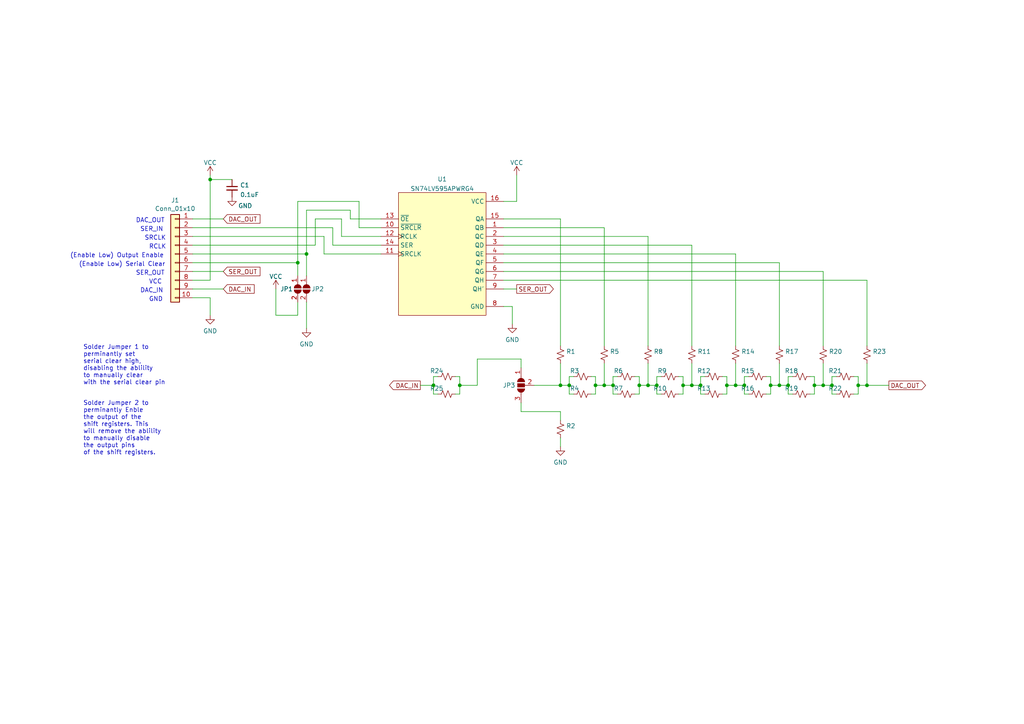
<source format=kicad_sch>
(kicad_sch (version 20230121) (generator eeschema)
  (paper "A4")
  (lib_symbols
    (symbol "Connector_Generic:Conn_01x10" (pin_names (offset 1.016) hide)
      (property "Reference" "J1" (at 0 15.5743 0))
      (property "Value" "Conn_01x10" (at 0 13.1501 0))
      (symbol "Conn_01x10_1_1"
        (rectangle (start -1.27 -12.573) (end 0 -12.827) (stroke (width 0.1524)))
        (rectangle (start -1.27 -10.033) (end 0 -10.287) (stroke (width 0.1524)))
        (rectangle (start -1.27 -7.493) (end 0 -7.747) (stroke (width 0.1524)))
        (rectangle (start -1.27 -4.953) (end 0 -5.207) (stroke (width 0.1524)))
        (rectangle (start -1.27 -2.413) (end 0 -2.667) (stroke (width 0.1524)))
        (rectangle (start -1.27 0.127) (end 0 -0.127) (stroke (width 0.1524)))
        (rectangle (start -1.27 2.667) (end 0 2.413) (stroke (width 0.1524)))
        (rectangle (start -1.27 5.207) (end 0 4.953) (stroke (width 0.1524)))
        (rectangle (start -1.27 7.747) (end 0 7.493) (stroke (width 0.1524)))
        (rectangle (start -1.27 10.287) (end 0 10.033) (stroke (width 0.1524)))
        (rectangle (start -1.27 11.43) (end 1.27 -13.97) (stroke (width 0.254)) (fill (type background)))
        (pin passive line (at -5.08 10.16 0) (length 3.81) (name "Pin_1") (number "1"))
        (pin power_out line (at -5.08 -12.7 0) (length 3.81) (name "Pin_10") (number "10"))
        (pin passive line (at -5.08 7.62 0) (length 3.81) (name "Pin_2") (number "2"))
        (pin passive line (at -5.08 5.08 0) (length 3.81) (name "Pin_3") (number "3"))
        (pin passive line (at -5.08 2.54 0) (length 3.81) (name "Pin_4") (number "4"))
        (pin passive line (at -5.08 0 0) (length 3.81) (name "Pin_5") (number "5"))
        (pin passive line (at -5.08 -2.54 0) (length 3.81) (name "Pin_6") (number "6"))
        (pin passive line (at -5.08 -5.08 0) (length 3.81) (name "Pin_7") (number "7"))
        (pin power_out line (at -5.08 -7.62 0) (length 3.81) (name "Pin_8") (number "8"))
        (pin passive line (at -5.08 -10.16 0) (length 3.81) (name "Pin_9") (number "9"))
      )
    )
    (symbol "Device:C_Small" (pin_numbers hide) (pin_names (offset 0.254) hide)
      (property "Reference" "C" (at 0.254 1.778 0))
      (property "Value" "C_Small" (at 0.254 -2.032 0))
      (symbol "C_Small_0_1"
        (polyline (pts (xy -1.524 -0.508) (xy 1.524 -0.508)) (stroke (width 0.3302)))
        (polyline (pts (xy -1.524 0.508) (xy 1.524 0.508)) (stroke (width 0.3048)))
      )
      (symbol "C_Small_1_1"
        (pin passive line (at 0 2.54 270) (length 2.032) (name "~") (number "1"))
        (pin passive line (at 0 -2.54 90) (length 2.032) (name "~") (number "2"))
      )
    )
    (symbol "Device:R_Small_US" (pin_numbers hide) (pin_names (offset 0.254) hide)
      (property "Reference" "R" (at 0.762 0.508 0))
      (property "Value" "R_Small_US" (at 0.762 -1.016 0))
      (symbol "R_Small_US_1_1"
        (polyline (pts (xy 0 0) (xy 1.016 -0.381) (xy 0 -0.762) (xy -1.016 -1.143) (xy 0 -1.524)))
        (polyline (pts (xy 0 1.524) (xy 1.016 1.143) (xy 0 0.762) (xy -1.016 0.381) (xy 0 0)))
        (pin passive line (at 0 2.54 270) (length 1.016) (name "~") (number "1"))
        (pin passive line (at 0 -2.54 90) (length 1.016) (name "~") (number "2"))
      )
    )
    (symbol "Jumper:SolderJumper_2_Open" (pin_names (offset 0) hide)
      (property "Reference" "JP" (at 0 2.032 0))
      (property "Value" "SolderJumper_2_Open" (at 0 -2.54 0))
      (symbol "SolderJumper_2_Open_0_1"
        (arc (start -0.254 1.016) (mid -1.2656 0) (end -0.254 -1.016))
        (arc (start -0.254 1.016) (mid -1.2656 0) (end -0.254 -1.016) (fill (type outline)))
        (polyline (pts (xy -0.254 1.016) (xy -0.254 -1.016)))
        (polyline (pts (xy 0.254 1.016) (xy 0.254 -1.016)))
        (arc (start 0.254 -1.016) (mid 1.2656 0) (end 0.254 1.016))
        (arc (start 0.254 -1.016) (mid 1.2656 0) (end 0.254 1.016) (fill (type outline)))
      )
      (symbol "SolderJumper_2_Open_1_1"
        (pin passive line (at -3.81 0 0) (length 2.54) (name "A") (number "1"))
        (pin passive line (at 3.81 0 180) (length 2.54) (name "B") (number "2"))
      )
    )
    (symbol "Jumper:SolderJumper_3_Open" (pin_names (offset 0) hide)
      (property "Reference" "JP" (at -2.54 -2.54 0))
      (property "Value" "SolderJumper_3_Open" (at 0 2.794 0))
      (symbol "SolderJumper_3_Open_0_1"
        (arc (start -1.016 1.016) (mid -2.0276 0) (end -1.016 -1.016))
        (arc (start -1.016 1.016) (mid -2.0276 0) (end -1.016 -1.016) (fill (type outline)))
        (rectangle (start -0.508 1.016) (end 0.508 -1.016) (fill (type outline)))
        (polyline (pts (xy -2.54 0) (xy -2.032 0)))
        (polyline (pts (xy -1.016 1.016) (xy -1.016 -1.016)))
        (polyline (pts (xy 0 -1.27) (xy 0 -1.016)))
        (polyline (pts (xy 1.016 1.016) (xy 1.016 -1.016)))
        (polyline (pts (xy 2.54 0) (xy 2.032 0)))
        (arc (start 1.016 -1.016) (mid 2.0276 0) (end 1.016 1.016))
        (arc (start 1.016 -1.016) (mid 2.0276 0) (end 1.016 1.016) (fill (type outline)))
      )
      (symbol "SolderJumper_3_Open_1_1"
        (pin passive line (at -5.08 0 0) (length 2.54) (name "A") (number "1"))
        (pin passive line (at 0 -3.81 90) (length 2.54) (name "C") (number "2"))
        (pin passive line (at 5.08 0 180) (length 2.54) (name "B") (number "3"))
      )
    )
    (symbol "SN74LV595APWRG4:SN74LV595APWRG4"
      (property "Reference" "U" (at 12.7 5.08 0))
      (property "Value" "SN74LV595APWRG4" (at 12.7 2.54 0))
      (symbol "SN74LV595APWRG4_0_1"
        (rectangle (start 0 0) (end 25.4 -35.56) (stroke (width 0.1524)) (fill (type background)))
      )
      (symbol "SN74LV595APWRG4_1_1"
        (pin output line (at 30.48 -10.16 180) (length 5.08) (name "QB") (number "1"))
        (pin input line (at -5.08 -10.16 0) (length 5.08) (name "~{SRCLR}") (number "10"))
        (pin input clock (at -5.08 -17.78 0) (length 5.08) (name "SRCLK") (number "11"))
        (pin input clock (at -5.08 -12.7 0) (length 5.08) (name "RCLK") (number "12"))
        (pin input line (at -5.08 -7.62 0) (length 5.08) (name "~{OE}") (number "13"))
        (pin input line (at -5.08 -15.24 0) (length 5.08) (name "SER") (number "14"))
        (pin output line (at 30.48 -7.62 180) (length 5.08) (name "QA") (number "15"))
        (pin power_in line (at 30.48 -2.54 180) (length 5.08) (name "VCC") (number "16"))
        (pin output line (at 30.48 -12.7 180) (length 5.08) (name "QC") (number "2"))
        (pin output line (at 30.48 -15.24 180) (length 5.08) (name "QD") (number "3"))
        (pin output line (at 30.48 -17.78 180) (length 5.08) (name "QE") (number "4"))
        (pin output line (at 30.48 -20.32 180) (length 5.08) (name "QF") (number "5"))
        (pin output line (at 30.48 -22.86 180) (length 5.08) (name "QG") (number "6"))
        (pin output line (at 30.48 -25.4 180) (length 5.08) (name "QH") (number "7"))
        (pin power_in line (at 30.48 -33.02 180) (length 5.08) (name "GND") (number "8"))
        (pin output line (at 30.48 -27.94 180) (length 5.08) (name "QH'") (number "9"))
      )
    )
    (symbol "power:GND" (power) (pin_names (offset 0))
      (property "Value" "GND" (at 0 -3.81 0))
      (symbol "GND_0_1"
        (polyline (pts (xy 0 0) (xy 0 -1.27) (xy 1.27 -1.27) (xy 0 -2.54) (xy -1.27 -1.27) (xy 0 -1.27)))
      )
      (symbol "GND_1_1"
        (pin power_in line (at 0 0 270) (length 0) hide (name "GND") (number "1"))
      )
    )
    (symbol "power:VCC" (power) (pin_names (offset 0))
      (property "Value" "VCC" (at 0 3.81 0))
      (symbol "VCC_0_1"
        (polyline (pts (xy -0.762 1.27) (xy 0 2.54)))
        (polyline (pts (xy 0 0) (xy 0 2.54)))
        (polyline (pts (xy 0 2.54) (xy 0.762 1.27)))
      )
      (symbol "VCC_1_1"
        (pin power_in line (at 0 0 90) (length 0) hide (name "VCC") (number "1"))
      )
    )
  )
  (junction (at 236.22 111.76))
  (junction (at 190.5 111.76))
  (junction (at 133.35 111.76))
  (junction (at 165.1 111.76))
  (junction (at 88.9 73.66))
  (junction (at 213.36 111.76))
  (junction (at 162.56 111.76))
  (junction (at 215.9 111.76))
  (junction (at 248.92 111.76))
  (junction (at 203.2 111.76))
  (junction (at 241.3 111.76))
  (junction (at 210.82 111.76))
  (junction (at 60.96 52.07))
  (junction (at 238.76 111.76))
  (junction (at 172.72 111.76))
  (junction (at 226.06 111.76))
  (junction (at 251.46 111.76))
  (junction (at 223.52 111.76))
  (junction (at 198.12 111.76))
  (junction (at 125.73 111.76))
  (junction (at 177.8 111.76))
  (junction (at 228.6 111.76))
  (junction (at 86.36 76.2))
  (junction (at 185.42 111.76))
  (junction (at 175.26 111.76))
  (junction (at 187.96 111.76))
  (junction (at 200.66 111.76))
  (wire (pts (xy 110.49 71.12) (xy 96.52 71.12)))
  (wire (pts (xy 175.26 111.76) (xy 177.8 111.76)))
  (wire (pts (xy 223.52 111.76) (xy 223.52 109.22)))
  (wire (pts (xy 146.05 88.9) (xy 148.59 88.9)))
  (wire (pts (xy 146.05 76.2) (xy 226.06 76.2)))
  (wire (pts (xy 238.76 105.41) (xy 238.76 111.76)))
  (wire (pts (xy 223.52 111.76) (xy 226.06 111.76)))
  (wire (pts (xy 125.73 109.22) (xy 127 109.22)))
  (wire (pts (xy 223.52 109.22) (xy 222.25 109.22)))
  (wire (pts (xy 177.8 111.76) (xy 177.8 109.22)))
  (wire (pts (xy 162.56 63.5) (xy 146.05 63.5)))
  (wire (pts (xy 110.49 73.66) (xy 93.98 73.66)))
  (wire (pts (xy 200.66 105.41) (xy 200.66 111.76)))
  (wire (pts (xy 247.65 109.22) (xy 248.92 109.22)))
  (wire (pts (xy 133.35 111.76) (xy 138.43 111.76)))
  (wire (pts (xy 175.26 66.04) (xy 175.26 100.33)))
  (wire (pts (xy 251.46 105.41) (xy 251.46 111.76)))
  (wire (pts (xy 198.12 111.76) (xy 200.66 111.76)))
  (wire (pts (xy 209.55 114.3) (xy 210.82 114.3)))
  (wire (pts (xy 213.36 73.66) (xy 213.36 100.33)))
  (wire (pts (xy 99.06 63.5) (xy 91.44 63.5)))
  (wire (pts (xy 236.22 111.76) (xy 238.76 111.76)))
  (wire (pts (xy 125.73 111.76) (xy 125.73 109.22)))
  (wire (pts (xy 88.9 73.66) (xy 88.9 80.01)))
  (wire (pts (xy 210.82 109.22) (xy 210.82 111.76)))
  (wire (pts (xy 162.56 119.38) (xy 162.56 121.92)))
  (wire (pts (xy 248.92 111.76) (xy 251.46 111.76)))
  (wire (pts (xy 187.96 105.41) (xy 187.96 111.76)))
  (wire (pts (xy 88.9 87.63) (xy 88.9 95.25)))
  (wire (pts (xy 148.59 88.9) (xy 148.59 93.98)))
  (wire (pts (xy 55.88 81.28) (xy 60.96 81.28)))
  (wire (pts (xy 251.46 111.76) (xy 257.81 111.76)))
  (wire (pts (xy 55.88 78.74) (xy 64.77 78.74)))
  (wire (pts (xy 226.06 105.41) (xy 226.06 111.76)))
  (wire (pts (xy 241.3 109.22) (xy 242.57 109.22)))
  (wire (pts (xy 171.45 109.22) (xy 172.72 109.22)))
  (wire (pts (xy 215.9 109.22) (xy 217.17 109.22)))
  (wire (pts (xy 172.72 109.22) (xy 172.72 111.76)))
  (wire (pts (xy 154.94 111.76) (xy 162.56 111.76)))
  (wire (pts (xy 146.05 83.82) (xy 149.86 83.82)))
  (wire (pts (xy 251.46 81.28) (xy 251.46 100.33)))
  (wire (pts (xy 177.8 114.3) (xy 179.07 114.3)))
  (wire (pts (xy 133.35 109.22) (xy 133.35 111.76)))
  (wire (pts (xy 200.66 71.12) (xy 200.66 100.33)))
  (wire (pts (xy 171.45 114.3) (xy 172.72 114.3)))
  (wire (pts (xy 55.88 83.82) (xy 64.77 83.82)))
  (wire (pts (xy 215.9 114.3) (xy 217.17 114.3)))
  (wire (pts (xy 172.72 111.76) (xy 172.72 114.3)))
  (wire (pts (xy 226.06 76.2) (xy 226.06 100.33)))
  (wire (pts (xy 60.96 52.07) (xy 60.96 81.28)))
  (wire (pts (xy 185.42 111.76) (xy 185.42 114.3)))
  (wire (pts (xy 200.66 111.76) (xy 203.2 111.76)))
  (wire (pts (xy 127 114.3) (xy 125.73 114.3)))
  (wire (pts (xy 185.42 109.22) (xy 185.42 111.76)))
  (wire (pts (xy 203.2 109.22) (xy 204.47 109.22)))
  (wire (pts (xy 93.98 73.66) (xy 93.98 68.58)))
  (wire (pts (xy 104.14 58.42) (xy 86.36 58.42)))
  (wire (pts (xy 110.49 66.04) (xy 104.14 66.04)))
  (wire (pts (xy 190.5 109.22) (xy 191.77 109.22)))
  (wire (pts (xy 91.44 71.12) (xy 55.88 71.12)))
  (wire (pts (xy 162.56 100.33) (xy 162.56 63.5)))
  (wire (pts (xy 96.52 66.04) (xy 55.88 66.04)))
  (wire (pts (xy 215.9 111.76) (xy 215.9 114.3)))
  (wire (pts (xy 248.92 111.76) (xy 248.92 109.22)))
  (wire (pts (xy 149.86 58.42) (xy 149.86 50.8)))
  (wire (pts (xy 210.82 111.76) (xy 213.36 111.76)))
  (wire (pts (xy 185.42 111.76) (xy 187.96 111.76)))
  (wire (pts (xy 228.6 111.76) (xy 228.6 114.3)))
  (wire (pts (xy 104.14 66.04) (xy 104.14 58.42)))
  (wire (pts (xy 165.1 111.76) (xy 165.1 109.22)))
  (wire (pts (xy 228.6 114.3) (xy 229.87 114.3)))
  (wire (pts (xy 238.76 111.76) (xy 241.3 111.76)))
  (wire (pts (xy 241.3 111.76) (xy 241.3 109.22)))
  (wire (pts (xy 146.05 58.42) (xy 149.86 58.42)))
  (wire (pts (xy 184.15 114.3) (xy 185.42 114.3)))
  (wire (pts (xy 187.96 68.58) (xy 187.96 100.33)))
  (wire (pts (xy 125.73 114.3) (xy 125.73 111.76)))
  (wire (pts (xy 146.05 66.04) (xy 175.26 66.04)))
  (wire (pts (xy 172.72 111.76) (xy 175.26 111.76)))
  (wire (pts (xy 236.22 114.3) (xy 236.22 111.76)))
  (wire (pts (xy 177.8 111.76) (xy 177.8 114.3)))
  (wire (pts (xy 55.88 63.5) (xy 64.77 63.5)))
  (wire (pts (xy 146.05 81.28) (xy 251.46 81.28)))
  (wire (pts (xy 80.01 91.44) (xy 80.01 83.82)))
  (wire (pts (xy 60.96 52.07) (xy 67.31 52.07)))
  (wire (pts (xy 175.26 105.41) (xy 175.26 111.76)))
  (wire (pts (xy 99.06 68.58) (xy 99.06 63.5)))
  (wire (pts (xy 203.2 114.3) (xy 204.47 114.3)))
  (wire (pts (xy 86.36 91.44) (xy 80.01 91.44)))
  (wire (pts (xy 151.13 119.38) (xy 162.56 119.38)))
  (wire (pts (xy 177.8 109.22) (xy 179.07 109.22)))
  (wire (pts (xy 241.3 111.76) (xy 241.3 114.3)))
  (wire (pts (xy 93.98 68.58) (xy 55.88 68.58)))
  (wire (pts (xy 151.13 116.84) (xy 151.13 119.38)))
  (wire (pts (xy 138.43 111.76) (xy 138.43 104.14)))
  (wire (pts (xy 132.08 114.3) (xy 133.35 114.3)))
  (wire (pts (xy 88.9 60.96) (xy 88.9 73.66)))
  (wire (pts (xy 110.49 63.5) (xy 101.6 63.5)))
  (wire (pts (xy 187.96 111.76) (xy 190.5 111.76)))
  (wire (pts (xy 209.55 109.22) (xy 210.82 109.22)))
  (wire (pts (xy 190.5 111.76) (xy 190.5 109.22)))
  (wire (pts (xy 196.85 109.22) (xy 198.12 109.22)))
  (wire (pts (xy 146.05 68.58) (xy 187.96 68.58)))
  (wire (pts (xy 215.9 111.76) (xy 215.9 109.22)))
  (wire (pts (xy 198.12 111.76) (xy 198.12 114.3)))
  (wire (pts (xy 133.35 111.76) (xy 133.35 114.3)))
  (wire (pts (xy 226.06 111.76) (xy 228.6 111.76)))
  (wire (pts (xy 213.36 111.76) (xy 215.9 111.76)))
  (wire (pts (xy 210.82 111.76) (xy 210.82 114.3)))
  (wire (pts (xy 133.35 109.22) (xy 132.08 109.22)))
  (wire (pts (xy 196.85 114.3) (xy 198.12 114.3)))
  (wire (pts (xy 96.52 71.12) (xy 96.52 66.04)))
  (wire (pts (xy 190.5 111.76) (xy 190.5 114.3)))
  (wire (pts (xy 146.05 78.74) (xy 238.76 78.74)))
  (wire (pts (xy 162.56 111.76) (xy 165.1 111.76)))
  (wire (pts (xy 228.6 109.22) (xy 229.87 109.22)))
  (wire (pts (xy 222.25 114.3) (xy 223.52 114.3)))
  (wire (pts (xy 248.92 114.3) (xy 248.92 111.76)))
  (wire (pts (xy 184.15 109.22) (xy 185.42 109.22)))
  (wire (pts (xy 223.52 114.3) (xy 223.52 111.76)))
  (wire (pts (xy 162.56 127) (xy 162.56 129.54)))
  (wire (pts (xy 146.05 71.12) (xy 200.66 71.12)))
  (wire (pts (xy 55.88 86.36) (xy 60.96 86.36)))
  (wire (pts (xy 165.1 114.3) (xy 165.1 111.76)))
  (wire (pts (xy 166.37 114.3) (xy 165.1 114.3)))
  (wire (pts (xy 110.49 68.58) (xy 99.06 68.58)))
  (wire (pts (xy 213.36 105.41) (xy 213.36 111.76)))
  (wire (pts (xy 101.6 63.5) (xy 101.6 60.96)))
  (wire (pts (xy 86.36 87.63) (xy 86.36 91.44)))
  (wire (pts (xy 190.5 114.3) (xy 191.77 114.3)))
  (wire (pts (xy 198.12 109.22) (xy 198.12 111.76)))
  (wire (pts (xy 86.36 76.2) (xy 55.88 76.2)))
  (wire (pts (xy 91.44 63.5) (xy 91.44 71.12)))
  (wire (pts (xy 138.43 104.14) (xy 151.13 104.14)))
  (wire (pts (xy 86.36 76.2) (xy 86.36 80.01)))
  (wire (pts (xy 165.1 109.22) (xy 166.37 109.22)))
  (wire (pts (xy 162.56 105.41) (xy 162.56 111.76)))
  (wire (pts (xy 234.95 114.3) (xy 236.22 114.3)))
  (wire (pts (xy 146.05 73.66) (xy 213.36 73.66)))
  (wire (pts (xy 121.92 111.76) (xy 125.73 111.76)))
  (wire (pts (xy 234.95 109.22) (xy 236.22 109.22)))
  (wire (pts (xy 60.96 50.8) (xy 60.96 52.07)))
  (wire (pts (xy 236.22 111.76) (xy 236.22 109.22)))
  (wire (pts (xy 101.6 60.96) (xy 88.9 60.96)))
  (wire (pts (xy 60.96 86.36) (xy 60.96 91.44)))
  (wire (pts (xy 88.9 73.66) (xy 55.88 73.66)))
  (wire (pts (xy 203.2 111.76) (xy 203.2 114.3)))
  (wire (pts (xy 247.65 114.3) (xy 248.92 114.3)))
  (wire (pts (xy 241.3 114.3) (xy 242.57 114.3)))
  (wire (pts (xy 151.13 106.68) (xy 151.13 104.14)))
  (wire (pts (xy 203.2 111.76) (xy 203.2 109.22)))
  (wire (pts (xy 238.76 78.74) (xy 238.76 100.33)))
  (wire (pts (xy 228.6 111.76) (xy 228.6 109.22)))
  (wire (pts (xy 86.36 58.42) (xy 86.36 76.2)))
  (text "Solder Jumper 2 to \nperminantly Enble \nthe output of the \nshift registers. This \nwill remove the ablility \nto manually disable \nthe output pins \nof the shift registers." (at 24.13 132.08 0) (effects (font (size 1.27 1.27)) (justify left bottom)))
  (text "SER_IN" (at 40.64 67.31 0) (effects (font (size 1.27 1.27)) (justify left bottom)))
  (text "SER_OUT" (at 39.37 80.01 0) (effects (font (size 1.27 1.27)) (justify left bottom)))
  (text "RCLK" (at 43.18 72.39 0) (effects (font (size 1.27 1.27)) (justify left bottom)))
  (text "Solder Jumper 1 to \nperminantly set \nserial clear high, \ndisabling the ablility \nto manually clear \nwith the serial clear pin" (at 24.13 111.76 0) (effects (font (size 1.27 1.27)) (justify left bottom)))
  (text "DAC_IN" (at 40.64 85.09 0) (effects (font (size 1.27 1.27)) (justify left bottom)))
  (text "VCC" (at 43.18 82.55 0) (effects (font (size 1.27 1.27)) (justify left bottom)))
  (text "(Enable Low) Serial Clear" (at 22.86 77.47 0) (effects (font (size 1.27 1.27)) (justify left bottom)))
  (text "GND" (at 43.18 87.63 0) (effects (font (size 1.27 1.27)) (justify left bottom)))
  (text "DAC_OUT" (at 39.37 64.77 0) (effects (font (size 1.27 1.27)) (justify left bottom)))
  (text "SRCLK" (at 41.91 69.85 0) (effects (font (size 1.27 1.27)) (justify left bottom)))
  (text "(Enable Low) Output Enable" (at 20.32 74.93 0) (effects (font (size 1.27 1.27)) (justify left bottom)))
  (global_label "DAC_IN" (shape input) (at 64.77 83.82 0) (property "Intersheetrefs" "${INTERSHEET_REFS}" (effects hide)))
  (global_label "DAC_OUT" (shape input) (at 64.77 63.5 0) (property "Intersheetrefs" "${INTERSHEET_REFS}" (effects hide)))
  (global_label "DAC_IN" (shape output) (at 121.92 111.76 180) (property "Intersheetrefs" "${INTERSHEET_REFS}" (effects hide)))
  (global_label "DAC_OUT" (shape output) (at 257.81 111.76 0) (property "Intersheetrefs" "${INTERSHEET_REFS}" (effects hide)))
  (global_label "SER_OUT" (shape output) (at 149.86 83.82 0) (property "Intersheetrefs" "${INTERSHEET_REFS}" (effects hide)))
  (global_label "SER_OUT" (shape input) (at 64.77 78.74 0) (property "Intersheetrefs" "${INTERSHEET_REFS}" (effects hide)))
  (symbol (lib_id "Device:R_Small_US") (at 207.01 114.3 90) (unit 1)
    (property "Reference" "R13" (at 206.1015 112.649 90) (effects (justify left)))
    (property "Value" "R_Small_US" (effects hide))
    (property "Footprint" "Resistor_SMD:R_0603_1608Metric_Pad0.98x0.95mm_HandSolder" (effects hide))
  )
  (symbol (lib_id "Device:R_Small_US") (at 219.71 109.22 90) (unit 1)
    (property "Reference" "R15" (at 218.8015 107.569 90) (effects (justify left)))
    (property "Value" "R_Small_US" (effects hide))
    (property "Footprint" "Resistor_SMD:R_0603_1608Metric_Pad0.98x0.95mm_HandSolder" (effects hide))
  )
  (symbol (lib_id "power:VCC") (at 60.96 50.8 0) (unit 1)
    (property "Reference" "#PWR01" (effects hide))
    (property "Value" "VCC" (at 60.96 47.1955 0))
  )
  (symbol (lib_id "power:VCC") (at 80.01 83.82 0) (unit 1)
    (property "Reference" "#PWR07" (effects hide))
    (property "Value" "VCC" (at 80.01 80.2155 0))
  )
  (symbol (lib_id "Connector_Generic:Conn_01x10") (at 50.8 73.66 0) (mirror y) (unit 1)
    (property "Reference" "J1" (at 50.8 58.0857 0))
    (property "Value" "Conn_01x10" (at 50.8 60.5099 0))
    (property "Footprint" "Connector_PinHeader_2.54mm:PinHeader_1x10_P2.54mm_Vertical" (effects hide))
  )
  (symbol (lib_id "Device:R_Small_US") (at 168.91 114.3 90) (unit 1)
    (property "Reference" "R4" (at 168.0015 112.649 90) (effects (justify left)))
    (property "Value" "R_Small_US" (effects hide))
    (property "Footprint" "Resistor_SMD:R_0603_1608Metric_Pad0.98x0.95mm_HandSolder" (effects hide))
  )
  (symbol (lib_id "power:GND") (at 88.9 95.25 0) (unit 1)
    (property "Reference" "#PWR08" (effects hide))
    (property "Value" "GND" (at 88.9 99.8125 0))
  )
  (symbol (lib_id "Jumper:SolderJumper_2_Open") (at 88.9 83.82 270) (unit 1)
    (property "Reference" "JP2" (at 93.98 83.82 90) (effects (justify right)))
    (property "Value" "SolderJumper_2_Open" (effects hide))
    (property "Footprint" "Jumper:SolderJumper-2_P1.3mm_Open_TrianglePad1.0x1.5mm" (effects hide))
  )
  (symbol (lib_id "SN74LV595APWRG4:SN74LV595APWRG4") (at 115.57 55.88 0) (unit 1)
    (property "Reference" "U1" (at 128.27 51.9643 0))
    (property "Value" "SN74LV595APWRG4" (at 128.27 54.7394 0))
    (property "Footprint" "SN74LV595APWRG4:SN74LV595APWRG4" (effects hide))
  )
  (symbol (lib_id "Device:R_Small_US") (at 162.56 124.46 0) (unit 1)
    (property "Reference" "R2" (at 164.211 123.5515 0) (effects (justify left)))
    (property "Value" "R_Small_US" (effects hide))
    (property "Footprint" "Resistor_SMD:R_0603_1608Metric_Pad0.98x0.95mm_HandSolder" (effects hide))
  )
  (symbol (lib_id "Device:C_Small") (at 67.31 54.61 0) (unit 1)
    (property "Reference" "C1" (at 69.6341 53.7078 0) (effects (justify left)))
    (property "Value" "0.1uF" (at 69.6341 56.4829 0) (effects (justify left)))
    (property "Footprint" "Capacitor_SMD:C_0603_1608Metric_Pad1.08x0.95mm_HandSolder" (effects hide))
  )
  (symbol (lib_id "Device:R_Small_US") (at 181.61 109.22 90) (unit 1)
    (property "Reference" "R6" (at 180.7015 107.569 90) (effects (justify left)))
    (property "Value" "R_Small_US" (effects hide))
    (property "Footprint" "Resistor_SMD:R_0603_1608Metric_Pad0.98x0.95mm_HandSolder" (effects hide))
  )
  (symbol (lib_id "Jumper:SolderJumper_3_Open") (at 151.13 111.76 90) (mirror x) (unit 1)
    (property "Reference" "JP3" (at 149.4791 111.76 90) (effects (justify left)))
    (property "Value" "SolderJumper_3_Open" (effects hide))
    (property "Footprint" "Jumper:SolderJumper-3_P1.3mm_Open_RoundedPad1.0x1.5mm" (effects hide))
  )
  (symbol (lib_id "Device:R_Small_US") (at 175.26 102.87 0) (unit 1)
    (property "Reference" "R5" (at 176.911 101.9615 0) (effects (justify left)))
    (property "Value" "R_Small_US" (effects hide))
    (property "Footprint" "Resistor_SMD:R_0603_1608Metric_Pad0.98x0.95mm_HandSolder" (effects hide))
  )
  (symbol (lib_id "Jumper:SolderJumper_2_Open") (at 86.36 83.82 270) (unit 1)
    (property "Reference" "JP1" (at 81.28 83.82 90) (effects (justify left)))
    (property "Value" "SolderJumper_2_Open" (effects hide))
    (property "Footprint" "Jumper:SolderJumper-2_P1.3mm_Open_TrianglePad1.0x1.5mm" (effects hide))
  )
  (symbol (lib_id "power:VCC") (at 149.86 50.8 0) (unit 1)
    (property "Reference" "#PWR04" (effects hide))
    (property "Value" "VCC" (at 149.86 47.1955 0))
  )
  (symbol (lib_id "Device:R_Small_US") (at 232.41 114.3 90) (unit 1)
    (property "Reference" "R19" (at 231.5015 112.649 90) (effects (justify left)))
    (property "Value" "R_Small_US" (effects hide))
    (property "Footprint" "Resistor_SMD:R_0603_1608Metric_Pad0.98x0.95mm_HandSolder" (effects hide))
  )
  (symbol (lib_id "Device:R_Small_US") (at 187.96 102.87 0) (unit 1)
    (property "Reference" "R8" (at 189.611 101.9615 0) (effects (justify left)))
    (property "Value" "R_Small_US" (effects hide))
    (property "Footprint" "Resistor_SMD:R_0603_1608Metric_Pad0.98x0.95mm_HandSolder" (effects hide))
  )
  (symbol (lib_id "Device:R_Small_US") (at 238.76 102.87 0) (unit 1)
    (property "Reference" "R20" (at 240.411 101.9615 0) (effects (justify left)))
    (property "Value" "R_Small_US" (effects hide))
    (property "Footprint" "Resistor_SMD:R_0603_1608Metric_Pad0.98x0.95mm_HandSolder" (effects hide))
  )
  (symbol (lib_id "Device:R_Small_US") (at 181.61 114.3 90) (unit 1)
    (property "Reference" "R7" (at 180.7015 112.649 90) (effects (justify left)))
    (property "Value" "R_Small_US" (effects hide))
    (property "Footprint" "Resistor_SMD:R_0603_1608Metric_Pad0.98x0.95mm_HandSolder" (effects hide))
  )
  (symbol (lib_id "Device:R_Small_US") (at 200.66 102.87 0) (unit 1)
    (property "Reference" "R11" (at 202.311 101.9615 0) (effects (justify left)))
    (property "Value" "R_Small_US" (effects hide))
    (property "Footprint" "Resistor_SMD:R_0603_1608Metric_Pad0.98x0.95mm_HandSolder" (effects hide))
  )
  (symbol (lib_id "Device:R_Small_US") (at 129.54 109.22 90) (unit 1)
    (property "Reference" "R24" (at 128.6315 107.569 90) (effects (justify left)))
    (property "Value" "R_Small_US" (effects hide))
    (property "Footprint" "Resistor_SMD:R_0603_1608Metric_Pad0.98x0.95mm_HandSolder" (effects hide))
  )
  (symbol (lib_id "power:GND") (at 148.59 93.98 0) (unit 1)
    (property "Reference" "#PWR03" (effects hide))
    (property "Value" "GND" (at 148.59 98.5425 0))
  )
  (symbol (lib_id "power:GND") (at 60.96 91.44 0) (unit 1)
    (property "Reference" "#PWR02" (effects hide))
    (property "Value" "GND" (at 60.96 96.0025 0))
  )
  (symbol (lib_id "Device:R_Small_US") (at 129.54 114.3 90) (unit 1)
    (property "Reference" "R25" (at 128.6315 112.649 90) (effects (justify left)))
    (property "Value" "R_Small_US" (effects hide))
    (property "Footprint" "Resistor_SMD:R_0603_1608Metric_Pad0.98x0.95mm_HandSolder" (effects hide))
  )
  (symbol (lib_id "Device:R_Small_US") (at 194.31 114.3 90) (unit 1)
    (property "Reference" "R10" (at 193.4015 112.649 90) (effects (justify left)))
    (property "Value" "R_Small_US" (effects hide))
    (property "Footprint" "Resistor_SMD:R_0603_1608Metric_Pad0.98x0.95mm_HandSolder" (effects hide))
  )
  (symbol (lib_id "Device:R_Small_US") (at 213.36 102.87 0) (unit 1)
    (property "Reference" "R14" (at 215.011 101.9615 0) (effects (justify left)))
    (property "Value" "R_Small_US" (effects hide))
    (property "Footprint" "Resistor_SMD:R_0603_1608Metric_Pad0.98x0.95mm_HandSolder" (effects hide))
  )
  (symbol (lib_id "Device:R_Small_US") (at 168.91 109.22 90) (unit 1)
    (property "Reference" "R3" (at 168.0015 107.569 90) (effects (justify left)))
    (property "Value" "R_Small_US" (effects hide))
    (property "Footprint" "Resistor_SMD:R_0603_1608Metric_Pad0.98x0.95mm_HandSolder" (effects hide))
  )
  (symbol (lib_id "Device:R_Small_US") (at 245.11 109.22 90) (unit 1)
    (property "Reference" "R21" (at 244.2015 107.569 90) (effects (justify left)))
    (property "Value" "R_Small_US" (effects hide))
    (property "Footprint" "Resistor_SMD:R_0603_1608Metric_Pad0.98x0.95mm_HandSolder" (effects hide))
  )
  (symbol (lib_id "power:GND") (at 67.31 57.15 0) (unit 1)
    (property "Reference" "#PWR06" (effects hide))
    (property "Value" "GND" (at 71.12 59.69 0))
  )
  (symbol (lib_id "Device:R_Small_US") (at 245.11 114.3 90) (unit 1)
    (property "Reference" "R22" (at 244.2015 112.649 90) (effects (justify left)))
    (property "Value" "R_Small_US" (effects hide))
    (property "Footprint" "Resistor_SMD:R_0603_1608Metric_Pad0.98x0.95mm_HandSolder" (effects hide))
  )
  (symbol (lib_id "Device:R_Small_US") (at 251.46 102.87 0) (unit 1)
    (property "Reference" "R23" (at 253.111 101.9615 0) (effects (justify left)))
    (property "Value" "R_Small_US" (effects hide))
    (property "Footprint" "Resistor_SMD:R_0603_1608Metric_Pad0.98x0.95mm_HandSolder" (effects hide))
  )
  (symbol (lib_id "Device:R_Small_US") (at 194.31 109.22 90) (unit 1)
    (property "Reference" "R9" (at 193.4015 107.569 90) (effects (justify left)))
    (property "Value" "R_Small_US" (effects hide))
    (property "Footprint" "Resistor_SMD:R_0603_1608Metric_Pad0.98x0.95mm_HandSolder" (effects hide))
  )
  (symbol (lib_id "Device:R_Small_US") (at 232.41 109.22 90) (unit 1)
    (property "Reference" "R18" (at 231.5015 107.569 90) (effects (justify left)))
    (property "Value" "R_Small_US" (effects hide))
    (property "Footprint" "Resistor_SMD:R_0603_1608Metric_Pad0.98x0.95mm_HandSolder" (effects hide))
  )
  (symbol (lib_id "power:GND") (at 162.56 129.54 0) (unit 1)
    (property "Reference" "#PWR09" (effects hide))
    (property "Value" "GND" (at 162.56 134.1025 0))
  )
  (symbol (lib_id "Device:R_Small_US") (at 226.06 102.87 0) (unit 1)
    (property "Reference" "R17" (at 227.711 101.9615 0) (effects (justify left)))
    (property "Value" "R_Small_US" (effects hide))
    (property "Footprint" "Resistor_SMD:R_0603_1608Metric_Pad0.98x0.95mm_HandSolder" (effects hide))
  )
  (symbol (lib_id "Device:R_Small_US") (at 207.01 109.22 90) (unit 1)
    (property "Reference" "R12" (at 206.1015 107.569 90) (effects (justify left)))
    (property "Value" "R_Small_US" (effects hide))
    (property "Footprint" "Resistor_SMD:R_0603_1608Metric_Pad0.98x0.95mm_HandSolder" (effects hide))
  )
  (symbol (lib_id "Device:R_Small_US") (at 219.71 114.3 90) (unit 1)
    (property "Reference" "R16" (at 218.8015 112.649 90) (effects (justify left)))
    (property "Value" "R_Small_US" (effects hide))
    (property "Footprint" "Resistor_SMD:R_0603_1608Metric_Pad0.98x0.95mm_HandSolder" (effects hide))
  )
  (symbol (lib_id "Device:R_Small_US") (at 162.56 102.87 0) (unit 1)
    (property "Reference" "R1" (at 164.211 101.9615 0) (effects (justify left)))
    (property "Value" "R_Small_US" (effects hide))
    (property "Footprint" "Resistor_SMD:R_0603_1608Metric_Pad0.98x0.95mm_HandSolder" (effects hide))
  )
)
</source>
